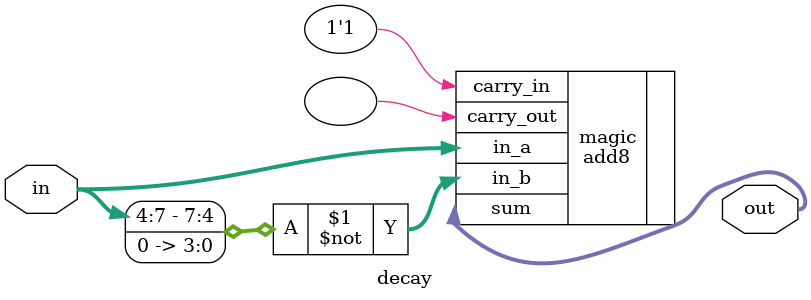
<source format=v>
module decay(
    input   wire [0:7]  in,
    output  wire [0:7]  out
);

add8 magic(.in_a(in[0:7]), .in_b(~{in[4:7], 4'h0}), .sum(out[0:7]), .carry_in(1'b1), .carry_out());

endmodule
</source>
